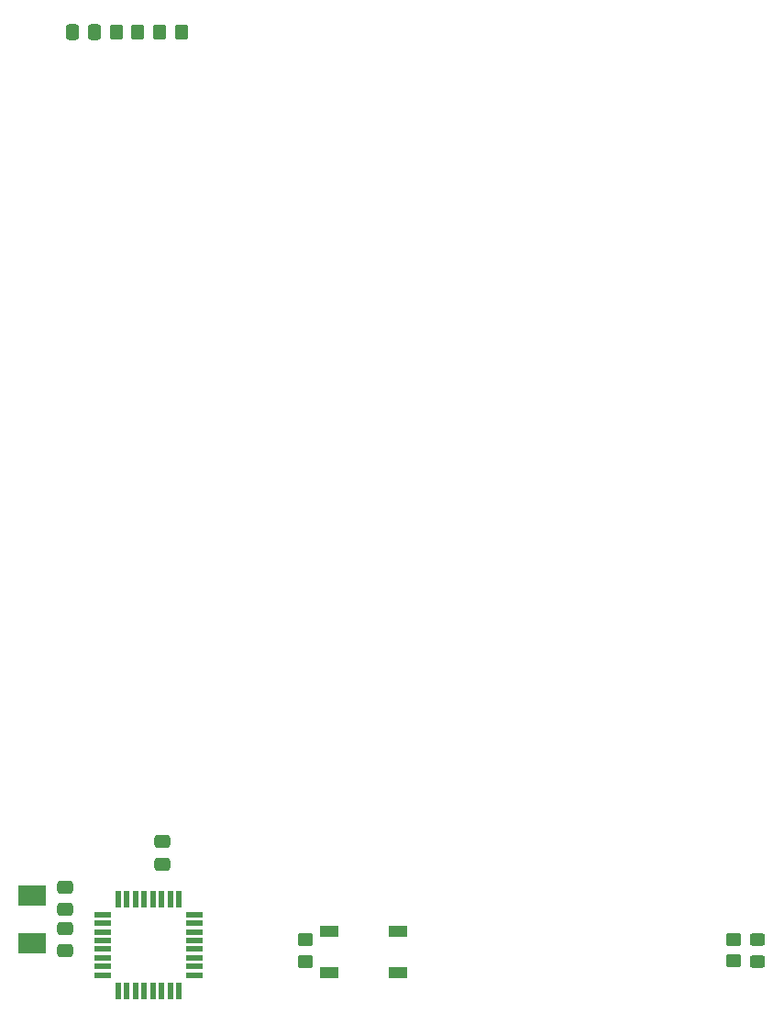
<source format=gbr>
%TF.GenerationSoftware,KiCad,Pcbnew,(6.0.4)*%
%TF.CreationDate,2022-03-24T02:10:14+00:00*%
%TF.ProjectId,kbd,6b62642e-6b69-4636-9164-5f7063625858,rev?*%
%TF.SameCoordinates,Original*%
%TF.FileFunction,Paste,Top*%
%TF.FilePolarity,Positive*%
%FSLAX46Y46*%
G04 Gerber Fmt 4.6, Leading zero omitted, Abs format (unit mm)*
G04 Created by KiCad (PCBNEW (6.0.4)) date 2022-03-24 02:10:14*
%MOMM*%
%LPD*%
G01*
G04 APERTURE LIST*
G04 Aperture macros list*
%AMRoundRect*
0 Rectangle with rounded corners*
0 $1 Rounding radius*
0 $2 $3 $4 $5 $6 $7 $8 $9 X,Y pos of 4 corners*
0 Add a 4 corners polygon primitive as box body*
4,1,4,$2,$3,$4,$5,$6,$7,$8,$9,$2,$3,0*
0 Add four circle primitives for the rounded corners*
1,1,$1+$1,$2,$3*
1,1,$1+$1,$4,$5*
1,1,$1+$1,$6,$7*
1,1,$1+$1,$8,$9*
0 Add four rect primitives between the rounded corners*
20,1,$1+$1,$2,$3,$4,$5,0*
20,1,$1+$1,$4,$5,$6,$7,0*
20,1,$1+$1,$6,$7,$8,$9,0*
20,1,$1+$1,$8,$9,$2,$3,0*%
G04 Aperture macros list end*
%ADD10R,1.600000X0.550000*%
%ADD11R,0.550000X1.600000*%
%ADD12R,2.500000X1.900000*%
%ADD13RoundRect,0.250000X-0.350000X-0.450000X0.350000X-0.450000X0.350000X0.450000X-0.350000X0.450000X0*%
%ADD14RoundRect,0.250000X0.337500X0.475000X-0.337500X0.475000X-0.337500X-0.475000X0.337500X-0.475000X0*%
%ADD15R,1.700000X1.000000*%
%ADD16RoundRect,0.250000X-0.475000X0.337500X-0.475000X-0.337500X0.475000X-0.337500X0.475000X0.337500X0*%
%ADD17RoundRect,0.250000X-0.450000X0.350000X-0.450000X-0.350000X0.450000X-0.350000X0.450000X0.350000X0*%
%ADD18RoundRect,0.250000X-0.450000X0.325000X-0.450000X-0.325000X0.450000X-0.325000X0.450000X0.325000X0*%
%ADD19RoundRect,0.250000X0.450000X-0.350000X0.450000X0.350000X-0.450000X0.350000X-0.450000X-0.350000X0*%
%ADD20RoundRect,0.250000X0.475000X-0.337500X0.475000X0.337500X-0.475000X0.337500X-0.475000X-0.337500X0*%
G04 APERTURE END LIST*
D10*
%TO.C,U2*%
X112250000Y-131950000D03*
X112250000Y-132750000D03*
X112250000Y-133550000D03*
X112250000Y-134350000D03*
X112250000Y-135150000D03*
X112250000Y-135950000D03*
X112250000Y-136750000D03*
X112250000Y-137550000D03*
D11*
X113700000Y-139000000D03*
X114500000Y-139000000D03*
X115300000Y-139000000D03*
X116100000Y-139000000D03*
X116900000Y-139000000D03*
X117700000Y-139000000D03*
X118500000Y-139000000D03*
X119300000Y-139000000D03*
D10*
X120750000Y-137550000D03*
X120750000Y-136750000D03*
X120750000Y-135950000D03*
X120750000Y-135150000D03*
X120750000Y-134350000D03*
X120750000Y-133550000D03*
X120750000Y-132750000D03*
X120750000Y-131950000D03*
D11*
X119300000Y-130500000D03*
X118500000Y-130500000D03*
X117700000Y-130500000D03*
X116900000Y-130500000D03*
X116100000Y-130500000D03*
X115300000Y-130500000D03*
X114500000Y-130500000D03*
X113700000Y-130500000D03*
%TD*%
D12*
%TO.C,Y1*%
X105750000Y-134612500D03*
X105750000Y-130212500D03*
%TD*%
D13*
%TO.C,R4*%
X117500000Y-50500000D03*
X119500000Y-50500000D03*
%TD*%
D14*
%TO.C,C1*%
X111537500Y-50500000D03*
X109462500Y-50500000D03*
%TD*%
D15*
%TO.C,SW70*%
X133200000Y-137300000D03*
X139500000Y-137300000D03*
X139500000Y-133500000D03*
X133200000Y-133500000D03*
%TD*%
D16*
%TO.C,C4*%
X117750000Y-125212500D03*
X117750000Y-127287500D03*
%TD*%
D17*
%TO.C,R1*%
X170500000Y-134250000D03*
X170500000Y-136250000D03*
%TD*%
D18*
%TO.C,D70*%
X172750000Y-134225000D03*
X172750000Y-136275000D03*
%TD*%
D19*
%TO.C,R2*%
X130950000Y-136300000D03*
X130950000Y-134300000D03*
%TD*%
D16*
%TO.C,C3*%
X108750000Y-133212500D03*
X108750000Y-135287500D03*
%TD*%
D20*
%TO.C,C2*%
X108750000Y-131500000D03*
X108750000Y-129425000D03*
%TD*%
D13*
%TO.C,R3*%
X113500000Y-50500000D03*
X115500000Y-50500000D03*
%TD*%
M02*

</source>
